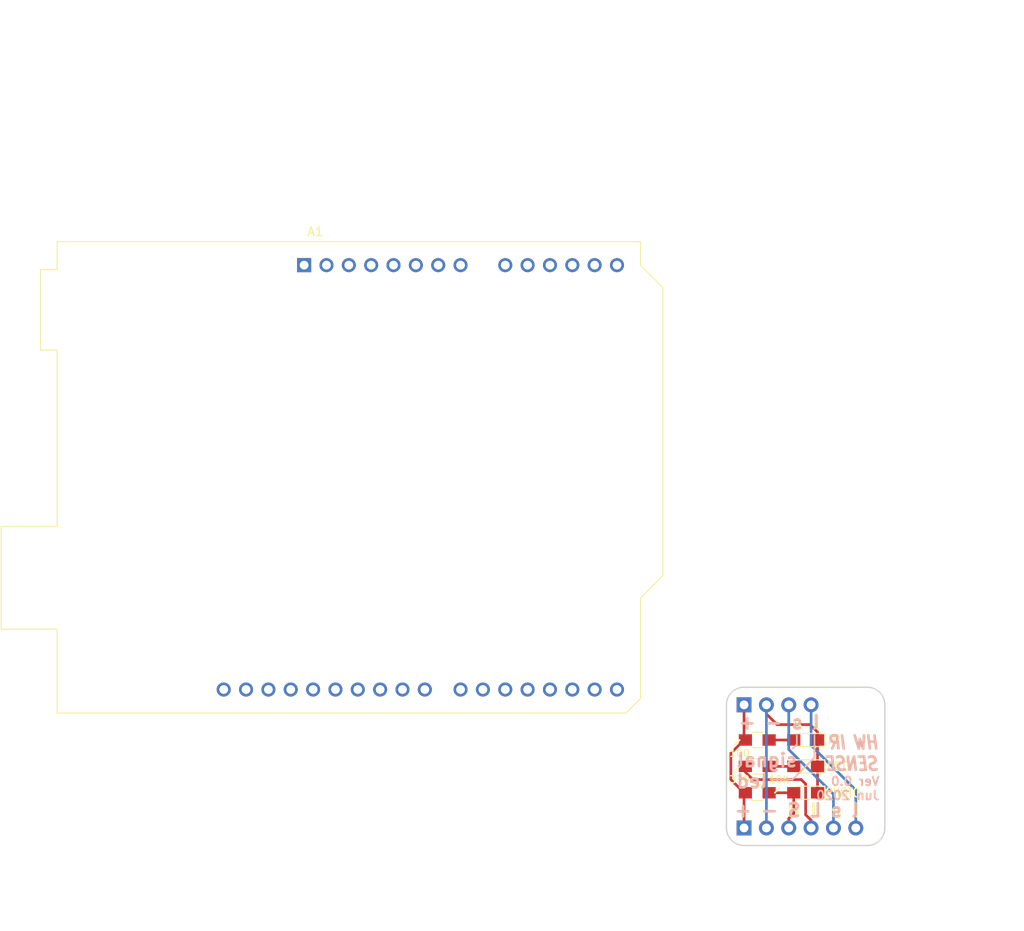
<source format=kicad_pcb>
(kicad_pcb (version 4) (host pcbnew 4.0.7)

  (general
    (links 14)
    (no_connects 0)
    (area 142.924999 92.924999 161.075001 111.075001)
    (thickness 1.6)
    (drawings 38)
    (tracks 46)
    (zones 0)
    (modules 10)
    (nets 41)
  )

  (page A4)
  (layers
    (0 F.Cu signal)
    (31 B.Cu signal)
    (32 B.Adhes user)
    (33 F.Adhes user)
    (34 B.Paste user)
    (35 F.Paste user)
    (36 B.SilkS user)
    (37 F.SilkS user)
    (38 B.Mask user)
    (39 F.Mask user)
    (40 Dwgs.User user)
    (41 Cmts.User user)
    (42 Eco1.User user)
    (43 Eco2.User user)
    (44 Edge.Cuts user)
    (45 Margin user)
    (46 B.CrtYd user)
    (47 F.CrtYd user)
    (48 B.Fab user)
    (49 F.Fab user)
  )

  (setup
    (last_trace_width 0.25)
    (user_trace_width 0.3048)
    (trace_clearance 0.2)
    (zone_clearance 0.508)
    (zone_45_only no)
    (trace_min 0.2)
    (segment_width 0.2)
    (edge_width 0.15)
    (via_size 0.6)
    (via_drill 0.4)
    (via_min_size 0.4)
    (via_min_drill 0.3)
    (uvia_size 0.3)
    (uvia_drill 0.1)
    (uvias_allowed no)
    (uvia_min_size 0.2)
    (uvia_min_drill 0.1)
    (pcb_text_width 0.3)
    (pcb_text_size 1.5 1.5)
    (mod_edge_width 0.15)
    (mod_text_size 1 1)
    (mod_text_width 0.15)
    (pad_size 1.524 1.524)
    (pad_drill 0.762)
    (pad_to_mask_clearance 0.05)
    (aux_axis_origin 0 0)
    (visible_elements 7FFFFFFF)
    (pcbplotparams
      (layerselection 0x00030_80000001)
      (usegerberextensions false)
      (excludeedgelayer true)
      (linewidth 0.100000)
      (plotframeref false)
      (viasonmask false)
      (mode 1)
      (useauxorigin false)
      (hpglpennumber 1)
      (hpglpenspeed 20)
      (hpglpendiameter 15)
      (hpglpenoverlay 2)
      (psnegative false)
      (psa4output false)
      (plotreference true)
      (plotvalue true)
      (plotinvisibletext false)
      (padsonsilk false)
      (subtractmaskfromsilk false)
      (outputformat 1)
      (mirror false)
      (drillshape 1)
      (scaleselection 1)
      (outputdirectory ""))
  )

  (net 0 "")
  (net 1 /VCC)
  (net 2 /SIG1)
  (net 3 /SIG2)
  (net 4 /LED1)
  (net 5 /LED2)
  (net 6 /GND)
  (net 7 "Net-(D1-Pad2)")
  (net 8 "Net-(D2-Pad2)")
  (net 9 "Net-(A1-Pad32)")
  (net 10 "Net-(A1-Pad31)")
  (net 11 "Net-(A1-Pad1)")
  (net 12 "Net-(A1-Pad17)")
  (net 13 "Net-(A1-Pad2)")
  (net 14 "Net-(A1-Pad18)")
  (net 15 "Net-(A1-Pad3)")
  (net 16 "Net-(A1-Pad19)")
  (net 17 "Net-(A1-Pad4)")
  (net 18 "Net-(A1-Pad20)")
  (net 19 "Net-(A1-Pad5)")
  (net 20 "Net-(A1-Pad21)")
  (net 21 "Net-(A1-Pad6)")
  (net 22 "Net-(A1-Pad22)")
  (net 23 "Net-(A1-Pad7)")
  (net 24 "Net-(A1-Pad23)")
  (net 25 "Net-(A1-Pad8)")
  (net 26 "Net-(A1-Pad24)")
  (net 27 "Net-(A1-Pad9)")
  (net 28 "Net-(A1-Pad25)")
  (net 29 "Net-(A1-Pad10)")
  (net 30 "Net-(A1-Pad26)")
  (net 31 "Net-(A1-Pad11)")
  (net 32 "Net-(A1-Pad27)")
  (net 33 "Net-(A1-Pad12)")
  (net 34 "Net-(A1-Pad28)")
  (net 35 "Net-(A1-Pad13)")
  (net 36 "Net-(A1-Pad29)")
  (net 37 "Net-(A1-Pad14)")
  (net 38 "Net-(A1-Pad30)")
  (net 39 "Net-(A1-Pad15)")
  (net 40 "Net-(A1-Pad16)")

  (net_class Default "This is the default net class."
    (clearance 0.2)
    (trace_width 0.25)
    (via_dia 0.6)
    (via_drill 0.4)
    (uvia_dia 0.3)
    (uvia_drill 0.1)
    (add_net /GND)
    (add_net /LED1)
    (add_net /LED2)
    (add_net /SIG1)
    (add_net /SIG2)
    (add_net /VCC)
    (add_net "Net-(A1-Pad1)")
    (add_net "Net-(A1-Pad10)")
    (add_net "Net-(A1-Pad11)")
    (add_net "Net-(A1-Pad12)")
    (add_net "Net-(A1-Pad13)")
    (add_net "Net-(A1-Pad14)")
    (add_net "Net-(A1-Pad15)")
    (add_net "Net-(A1-Pad16)")
    (add_net "Net-(A1-Pad17)")
    (add_net "Net-(A1-Pad18)")
    (add_net "Net-(A1-Pad19)")
    (add_net "Net-(A1-Pad2)")
    (add_net "Net-(A1-Pad20)")
    (add_net "Net-(A1-Pad21)")
    (add_net "Net-(A1-Pad22)")
    (add_net "Net-(A1-Pad23)")
    (add_net "Net-(A1-Pad24)")
    (add_net "Net-(A1-Pad25)")
    (add_net "Net-(A1-Pad26)")
    (add_net "Net-(A1-Pad27)")
    (add_net "Net-(A1-Pad28)")
    (add_net "Net-(A1-Pad29)")
    (add_net "Net-(A1-Pad3)")
    (add_net "Net-(A1-Pad30)")
    (add_net "Net-(A1-Pad31)")
    (add_net "Net-(A1-Pad32)")
    (add_net "Net-(A1-Pad4)")
    (add_net "Net-(A1-Pad5)")
    (add_net "Net-(A1-Pad6)")
    (add_net "Net-(A1-Pad7)")
    (add_net "Net-(A1-Pad8)")
    (add_net "Net-(A1-Pad9)")
    (add_net "Net-(D1-Pad2)")
    (add_net "Net-(D2-Pad2)")
  )

  (module Wire_Pads:SolderWirePad_single_2mmDrill (layer F.Cu) (tedit 5ED95446) (tstamp 5ED95E49)
    (at 158 96)
    (fp_text reference REF** (at 0 -3.81) (layer F.SilkS) hide
      (effects (font (size 1 1) (thickness 0.15)))
    )
    (fp_text value SolderWirePad_single_2mmDrill (at 7 -4) (layer F.Fab)
      (effects (font (size 1 1) (thickness 0.15)))
    )
    (pad "" np_thru_hole circle (at 0 0) (size 3.5 3.5) (drill 3.5) (layers *.Cu *.Mask))
  )

  (module footprints:R_0805_HandSoldering (layer F.Cu) (tedit 5ED9844D) (tstamp 5ED94F2E)
    (at 146.5 105)
    (descr "Resistor SMD 0805, hand soldering")
    (tags "resistor 0805")
    (path /5ED93C37)
    (attr smd)
    (fp_text reference R3 (at 0 -1.7) (layer F.SilkS) hide
      (effects (font (size 1 1) (thickness 0.15)))
    )
    (fp_text value 10K (at 2.5 -1.5) (layer F.SilkS)
      (effects (font (size 0.8 0.8) (thickness 0.15)))
    )
    (fp_text user %R (at 0 0) (layer F.Fab)
      (effects (font (size 0.5 0.5) (thickness 0.075)))
    )
    (fp_line (start -1 0.62) (end -1 -0.62) (layer F.Fab) (width 0.1))
    (fp_line (start 1 0.62) (end -1 0.62) (layer F.Fab) (width 0.1))
    (fp_line (start 1 -0.62) (end 1 0.62) (layer F.Fab) (width 0.1))
    (fp_line (start -1 -0.62) (end 1 -0.62) (layer F.Fab) (width 0.1))
    (fp_line (start 0.6 0.88) (end -0.6 0.88) (layer F.SilkS) (width 0.12))
    (fp_line (start -0.6 -0.88) (end 0.6 -0.88) (layer F.SilkS) (width 0.12))
    (fp_line (start -2.35 -0.9) (end 2.35 -0.9) (layer F.CrtYd) (width 0.05))
    (fp_line (start -2.35 -0.9) (end -2.35 0.9) (layer F.CrtYd) (width 0.05))
    (fp_line (start 2.35 0.9) (end 2.35 -0.9) (layer F.CrtYd) (width 0.05))
    (fp_line (start 2.35 0.9) (end -2.35 0.9) (layer F.CrtYd) (width 0.05))
    (pad 1 smd rect (at -1.35 0) (size 1.5 1.3) (layers F.Cu F.Paste F.Mask)
      (net 1 /VCC))
    (pad 2 smd rect (at 1.35 0) (size 1.5 1.3) (layers F.Cu F.Paste F.Mask)
      (net 2 /SIG1))
    (model ${KISYS3DMOD}/Resistors_SMD.3dshapes/R_0805.wrl
      (at (xyz 0 0 0))
      (scale (xyz 1 1 1))
      (rotate (xyz 0 0 0))
    )
  )

  (module footprints:R_0805_HandSoldering (layer F.Cu) (tedit 5ED98421) (tstamp 5ED94F1D)
    (at 146.5 102 180)
    (descr "Resistor SMD 0805, hand soldering")
    (tags "resistor 0805")
    (path /5ED93A99)
    (attr smd)
    (fp_text reference R2 (at 0 -1.7 180) (layer F.SilkS) hide
      (effects (font (size 1 1) (thickness 0.15)))
    )
    (fp_text value 330 (at 2 -1.5 180) (layer F.SilkS)
      (effects (font (size 0.8 0.8) (thickness 0.15)))
    )
    (fp_text user %R (at 0 0 180) (layer F.Fab)
      (effects (font (size 0.5 0.5) (thickness 0.075)))
    )
    (fp_line (start -1 0.62) (end -1 -0.62) (layer F.Fab) (width 0.1))
    (fp_line (start 1 0.62) (end -1 0.62) (layer F.Fab) (width 0.1))
    (fp_line (start 1 -0.62) (end 1 0.62) (layer F.Fab) (width 0.1))
    (fp_line (start -1 -0.62) (end 1 -0.62) (layer F.Fab) (width 0.1))
    (fp_line (start 0.6 0.88) (end -0.6 0.88) (layer F.SilkS) (width 0.12))
    (fp_line (start -0.6 -0.88) (end 0.6 -0.88) (layer F.SilkS) (width 0.12))
    (fp_line (start -2.35 -0.9) (end 2.35 -0.9) (layer F.CrtYd) (width 0.05))
    (fp_line (start -2.35 -0.9) (end -2.35 0.9) (layer F.CrtYd) (width 0.05))
    (fp_line (start 2.35 0.9) (end 2.35 -0.9) (layer F.CrtYd) (width 0.05))
    (fp_line (start 2.35 0.9) (end -2.35 0.9) (layer F.CrtYd) (width 0.05))
    (pad 1 smd rect (at -1.35 0 180) (size 1.5 1.3) (layers F.Cu F.Paste F.Mask)
      (net 8 "Net-(D2-Pad2)"))
    (pad 2 smd rect (at 1.35 0 180) (size 1.5 1.3) (layers F.Cu F.Paste F.Mask)
      (net 4 /LED1))
    (model ${KISYS3DMOD}/Resistors_SMD.3dshapes/R_0805.wrl
      (at (xyz 0 0 0))
      (scale (xyz 1 1 1))
      (rotate (xyz 0 0 0))
    )
  )

  (module footprints:R_0805_HandSoldering (layer F.Cu) (tedit 5ED9841D) (tstamp 5ED94F0C)
    (at 146.5 99 180)
    (descr "Resistor SMD 0805, hand soldering")
    (tags "resistor 0805")
    (path /5ED93A75)
    (attr smd)
    (fp_text reference R1 (at 0 -1.7 180) (layer F.SilkS) hide
      (effects (font (size 1 1) (thickness 0.15)))
    )
    (fp_text value 100 (at 2 -1.5 180) (layer F.SilkS)
      (effects (font (size 0.8 0.8) (thickness 0.15)))
    )
    (fp_text user %R (at 0 0 180) (layer F.Fab)
      (effects (font (size 0.5 0.5) (thickness 0.075)))
    )
    (fp_line (start -1 0.62) (end -1 -0.62) (layer F.Fab) (width 0.1))
    (fp_line (start 1 0.62) (end -1 0.62) (layer F.Fab) (width 0.1))
    (fp_line (start 1 -0.62) (end 1 0.62) (layer F.Fab) (width 0.1))
    (fp_line (start -1 -0.62) (end 1 -0.62) (layer F.Fab) (width 0.1))
    (fp_line (start 0.6 0.88) (end -0.6 0.88) (layer F.SilkS) (width 0.12))
    (fp_line (start -0.6 -0.88) (end 0.6 -0.88) (layer F.SilkS) (width 0.12))
    (fp_line (start -2.35 -0.9) (end 2.35 -0.9) (layer F.CrtYd) (width 0.05))
    (fp_line (start -2.35 -0.9) (end -2.35 0.9) (layer F.CrtYd) (width 0.05))
    (fp_line (start 2.35 0.9) (end 2.35 -0.9) (layer F.CrtYd) (width 0.05))
    (fp_line (start 2.35 0.9) (end -2.35 0.9) (layer F.CrtYd) (width 0.05))
    (pad 1 smd rect (at -1.35 0 180) (size 1.5 1.3) (layers F.Cu F.Paste F.Mask)
      (net 7 "Net-(D1-Pad2)"))
    (pad 2 smd rect (at 1.35 0 180) (size 1.5 1.3) (layers F.Cu F.Paste F.Mask)
      (net 1 /VCC))
    (model ${KISYS3DMOD}/Resistors_SMD.3dshapes/R_0805.wrl
      (at (xyz 0 0 0))
      (scale (xyz 1 1 1))
      (rotate (xyz 0 0 0))
    )
  )

  (module footprints:LED_0805_HandSoldering (layer F.Cu) (tedit 5ED951F0) (tstamp 5ED95131)
    (at 152 105 180)
    (descr "Resistor SMD 0805, hand soldering")
    (tags "resistor 0805")
    (path /5ED96641)
    (attr smd)
    (fp_text reference Q1 (at 3.5 0 180) (layer F.SilkS) hide
      (effects (font (size 1 1) (thickness 0.15)))
    )
    (fp_text value PHOTO (at -4.25 0 180) (layer F.SilkS)
      (effects (font (size 1 0.8) (thickness 0.15)))
    )
    (fp_line (start -0.4 -0.4) (end -0.4 0.4) (layer F.Fab) (width 0.1))
    (fp_line (start -0.4 0) (end 0.2 -0.4) (layer F.Fab) (width 0.1))
    (fp_line (start 0.2 0.4) (end -0.4 0) (layer F.Fab) (width 0.1))
    (fp_line (start 0.2 -0.4) (end 0.2 0.4) (layer F.Fab) (width 0.1))
    (fp_line (start -1 0.62) (end -1 -0.62) (layer F.Fab) (width 0.1))
    (fp_line (start 1 0.62) (end -1 0.62) (layer F.Fab) (width 0.1))
    (fp_line (start 1 -0.62) (end 1 0.62) (layer F.Fab) (width 0.1))
    (fp_line (start -1 -0.62) (end 1 -0.62) (layer F.Fab) (width 0.1))
    (fp_line (start 1 0.75) (end -2.2 0.75) (layer F.SilkS) (width 0.12))
    (fp_line (start -2.2 -0.75) (end 1 -0.75) (layer F.SilkS) (width 0.12))
    (fp_line (start -2.35 -0.9) (end 2.35 -0.9) (layer F.CrtYd) (width 0.05))
    (fp_line (start -2.35 -0.9) (end -2.35 0.9) (layer F.CrtYd) (width 0.05))
    (fp_line (start 2.35 0.9) (end 2.35 -0.9) (layer F.CrtYd) (width 0.05))
    (fp_line (start 2.35 0.9) (end -2.35 0.9) (layer F.CrtYd) (width 0.05))
    (fp_line (start -2.2 -0.75) (end -2.2 0.75) (layer F.SilkS) (width 0.12))
    (pad 1 smd rect (at -1.35 0 180) (size 1.5 1.3) (layers F.Cu F.Paste F.Mask)
      (net 6 /GND))
    (pad 2 smd rect (at 1.35 0 180) (size 1.5 1.3) (layers F.Cu F.Paste F.Mask)
      (net 2 /SIG1))
    (model ${KISYS3DMOD}/LEDs.3dshapes/LED_0805.wrl
      (at (xyz 0 0 0))
      (scale (xyz 1 1 1))
      (rotate (xyz 0 0 0))
    )
  )

  (module footprints:LED_0805_HandSoldering (layer F.Cu) (tedit 5ED951ED) (tstamp 5ED94EC9)
    (at 152 102 180)
    (descr "Resistor SMD 0805, hand soldering")
    (tags "resistor 0805")
    (path /5ED9391E)
    (attr smd)
    (fp_text reference D2 (at 3.5 0 180) (layer F.SilkS) hide
      (effects (font (size 1 1) (thickness 0.15)))
    )
    (fp_text value LED (at -3.75 0 180) (layer F.SilkS)
      (effects (font (size 1 1) (thickness 0.15)))
    )
    (fp_line (start -0.4 -0.4) (end -0.4 0.4) (layer F.Fab) (width 0.1))
    (fp_line (start -0.4 0) (end 0.2 -0.4) (layer F.Fab) (width 0.1))
    (fp_line (start 0.2 0.4) (end -0.4 0) (layer F.Fab) (width 0.1))
    (fp_line (start 0.2 -0.4) (end 0.2 0.4) (layer F.Fab) (width 0.1))
    (fp_line (start -1 0.62) (end -1 -0.62) (layer F.Fab) (width 0.1))
    (fp_line (start 1 0.62) (end -1 0.62) (layer F.Fab) (width 0.1))
    (fp_line (start 1 -0.62) (end 1 0.62) (layer F.Fab) (width 0.1))
    (fp_line (start -1 -0.62) (end 1 -0.62) (layer F.Fab) (width 0.1))
    (fp_line (start 1 0.75) (end -2.2 0.75) (layer F.SilkS) (width 0.12))
    (fp_line (start -2.2 -0.75) (end 1 -0.75) (layer F.SilkS) (width 0.12))
    (fp_line (start -2.35 -0.9) (end 2.35 -0.9) (layer F.CrtYd) (width 0.05))
    (fp_line (start -2.35 -0.9) (end -2.35 0.9) (layer F.CrtYd) (width 0.05))
    (fp_line (start 2.35 0.9) (end 2.35 -0.9) (layer F.CrtYd) (width 0.05))
    (fp_line (start 2.35 0.9) (end -2.35 0.9) (layer F.CrtYd) (width 0.05))
    (fp_line (start -2.2 -0.75) (end -2.2 0.75) (layer F.SilkS) (width 0.12))
    (pad 1 smd rect (at -1.35 0 180) (size 1.5 1.3) (layers F.Cu F.Paste F.Mask)
      (net 6 /GND))
    (pad 2 smd rect (at 1.35 0 180) (size 1.5 1.3) (layers F.Cu F.Paste F.Mask)
      (net 8 "Net-(D2-Pad2)"))
    (model ${KISYS3DMOD}/LEDs.3dshapes/LED_0805.wrl
      (at (xyz 0 0 0))
      (scale (xyz 1 1 1))
      (rotate (xyz 0 0 0))
    )
  )

  (module footprints:LED_0805_HandSoldering (layer F.Cu) (tedit 5ED951EE) (tstamp 5ED94EB4)
    (at 152 99 180)
    (descr "Resistor SMD 0805, hand soldering")
    (tags "resistor 0805")
    (path /5ED938B9)
    (attr smd)
    (fp_text reference D1 (at 3.5 0 180) (layer F.SilkS) hide
      (effects (font (size 1 1) (thickness 0.15)))
    )
    (fp_text value IR (at -3.25 0 180) (layer F.SilkS)
      (effects (font (size 1 1) (thickness 0.15)))
    )
    (fp_line (start -0.4 -0.4) (end -0.4 0.4) (layer F.Fab) (width 0.1))
    (fp_line (start -0.4 0) (end 0.2 -0.4) (layer F.Fab) (width 0.1))
    (fp_line (start 0.2 0.4) (end -0.4 0) (layer F.Fab) (width 0.1))
    (fp_line (start 0.2 -0.4) (end 0.2 0.4) (layer F.Fab) (width 0.1))
    (fp_line (start -1 0.62) (end -1 -0.62) (layer F.Fab) (width 0.1))
    (fp_line (start 1 0.62) (end -1 0.62) (layer F.Fab) (width 0.1))
    (fp_line (start 1 -0.62) (end 1 0.62) (layer F.Fab) (width 0.1))
    (fp_line (start -1 -0.62) (end 1 -0.62) (layer F.Fab) (width 0.1))
    (fp_line (start 1 0.75) (end -2.2 0.75) (layer F.SilkS) (width 0.12))
    (fp_line (start -2.2 -0.75) (end 1 -0.75) (layer F.SilkS) (width 0.12))
    (fp_line (start -2.35 -0.9) (end 2.35 -0.9) (layer F.CrtYd) (width 0.05))
    (fp_line (start -2.35 -0.9) (end -2.35 0.9) (layer F.CrtYd) (width 0.05))
    (fp_line (start 2.35 0.9) (end 2.35 -0.9) (layer F.CrtYd) (width 0.05))
    (fp_line (start 2.35 0.9) (end -2.35 0.9) (layer F.CrtYd) (width 0.05))
    (fp_line (start -2.2 -0.75) (end -2.2 0.75) (layer F.SilkS) (width 0.12))
    (pad 1 smd rect (at -1.35 0 180) (size 1.5 1.3) (layers F.Cu F.Paste F.Mask)
      (net 6 /GND))
    (pad 2 smd rect (at 1.35 0 180) (size 1.5 1.3) (layers F.Cu F.Paste F.Mask)
      (net 7 "Net-(D1-Pad2)"))
    (model ${KISYS3DMOD}/LEDs.3dshapes/LED_0805.wrl
      (at (xyz 0 0 0))
      (scale (xyz 1 1 1))
      (rotate (xyz 0 0 0))
    )
  )

  (module footprints:Pin_Header_Straight_1x04_Pitch2.54mm (layer F.Cu) (tedit 5ED9523F) (tstamp 5ED94EFB)
    (at 145 95 90)
    (descr "Through hole straight pin header, 1x04, 2.54mm pitch, single row")
    (tags "Through hole pin header THT 1x04 2.54mm single row")
    (path /5ED96B5D)
    (fp_text reference J2 (at 0 -2.33 90) (layer F.SilkS) hide
      (effects (font (size 1 1) (thickness 0.15)))
    )
    (fp_text value CONN_01X04 (at -1 5 180) (layer F.Fab)
      (effects (font (size 1 1) (thickness 0.15)))
    )
    (fp_line (start -0.635 -1.27) (end 1.27 -1.27) (layer F.Fab) (width 0.1))
    (fp_line (start 1.27 -1.27) (end 1.27 8.89) (layer F.Fab) (width 0.1))
    (fp_line (start 1.27 8.89) (end -1.27 8.89) (layer F.Fab) (width 0.1))
    (fp_line (start -1.27 8.89) (end -1.27 -0.635) (layer F.Fab) (width 0.1))
    (fp_line (start -1.27 -0.635) (end -0.635 -1.27) (layer F.Fab) (width 0.1))
    (fp_line (start -1.8 -1.8) (end -1.8 9.4) (layer F.CrtYd) (width 0.05))
    (fp_line (start -1.8 9.4) (end 1.8 9.4) (layer F.CrtYd) (width 0.05))
    (fp_line (start 1.8 9.4) (end 1.8 -1.8) (layer F.CrtYd) (width 0.05))
    (fp_line (start 1.8 -1.8) (end -1.8 -1.8) (layer F.CrtYd) (width 0.05))
    (fp_text user %R (at 0 3.81 180) (layer F.Fab)
      (effects (font (size 1 1) (thickness 0.15)))
    )
    (pad 1 thru_hole rect (at 0 0 90) (size 1.7 1.7) (drill 1) (layers *.Cu *.Mask)
      (net 1 /VCC))
    (pad 2 thru_hole oval (at 0 2.54 90) (size 1.7 1.7) (drill 1) (layers *.Cu *.Mask)
      (net 6 /GND))
    (pad 3 thru_hole oval (at 0 5.08 90) (size 1.7 1.7) (drill 1) (layers *.Cu *.Mask)
      (net 5 /LED2))
    (pad 4 thru_hole oval (at 0 7.62 90) (size 1.7 1.7) (drill 1) (layers *.Cu *.Mask)
      (net 3 /SIG2))
  )

  (module footprints:Pin_Header_Straight_1x06_Pitch2.54mm (layer F.Cu) (tedit 5ED9521E) (tstamp 5ED94EE3)
    (at 145 109 90)
    (descr "Through hole straight pin header, 1x06, 2.54mm pitch, single row")
    (tags "Through hole pin header THT 1x06 2.54mm single row")
    (path /5ED94494)
    (fp_text reference J1 (at 0 -2.33 90) (layer F.SilkS) hide
      (effects (font (size 1 1) (thickness 0.15)))
    )
    (fp_text value CONN_01X06 (at -1 7 180) (layer F.Fab)
      (effects (font (size 1 1) (thickness 0.15)))
    )
    (fp_line (start -0.635 -1.27) (end 1.27 -1.27) (layer F.Fab) (width 0.1))
    (fp_line (start 1.27 -1.27) (end 1.27 13.97) (layer F.Fab) (width 0.1))
    (fp_line (start 1.27 13.97) (end -1.27 13.97) (layer F.Fab) (width 0.1))
    (fp_line (start -1.27 13.97) (end -1.27 -0.635) (layer F.Fab) (width 0.1))
    (fp_line (start -1.27 -0.635) (end -0.635 -1.27) (layer F.Fab) (width 0.1))
    (fp_line (start -1.8 -1.8) (end -1.8 14.5) (layer F.CrtYd) (width 0.05))
    (fp_line (start -1.8 14.5) (end 1.8 14.5) (layer F.CrtYd) (width 0.05))
    (fp_line (start 1.8 14.5) (end 1.8 -1.8) (layer F.CrtYd) (width 0.05))
    (fp_line (start 1.8 -1.8) (end -1.8 -1.8) (layer F.CrtYd) (width 0.05))
    (fp_text user %R (at 0 6.35 180) (layer F.Fab)
      (effects (font (size 1 1) (thickness 0.15)))
    )
    (pad 1 thru_hole rect (at 0 0 90) (size 1.7 1.7) (drill 1) (layers *.Cu *.Mask)
      (net 1 /VCC))
    (pad 2 thru_hole oval (at 0 2.54 90) (size 1.7 1.7) (drill 1) (layers *.Cu *.Mask)
      (net 6 /GND))
    (pad 3 thru_hole oval (at 0 5.08 90) (size 1.7 1.7) (drill 1) (layers *.Cu *.Mask)
      (net 2 /SIG1))
    (pad 4 thru_hole oval (at 0 7.62 90) (size 1.7 1.7) (drill 1) (layers *.Cu *.Mask)
      (net 4 /LED1))
    (pad 5 thru_hole oval (at 0 10.16 90) (size 1.7 1.7) (drill 1) (layers *.Cu *.Mask)
      (net 5 /LED2))
    (pad 6 thru_hole oval (at 0 12.7 90) (size 1.7 1.7) (drill 1) (layers *.Cu *.Mask)
      (net 3 /SIG2))
  )

  (module footprints:Arduino_UNO_R3_WithMountingHoles (layer F.Cu) (tedit 5B3F95CF) (tstamp 5EF92870)
    (at 95 45)
    (descr "Arduino UNO R3, http://www.mouser.com/pdfdocs/Gravitech_Arduino_Nano3_0.pdf")
    (tags "Arduino UNO R3")
    (path /5EF9225D)
    (fp_text reference A1 (at 1.27 -3.81 180) (layer F.SilkS)
      (effects (font (size 1 1) (thickness 0.15)))
    )
    (fp_text value Arduino_UNO_R3 (at 0 22.86) (layer F.Fab)
      (effects (font (size 1 1) (thickness 0.15)))
    )
    (fp_text user %R (at 0 20.32 180) (layer F.Fab)
      (effects (font (size 1 1) (thickness 0.15)))
    )
    (fp_line (start 38.35 -2.79) (end 38.35 0) (layer F.CrtYd) (width 0.05))
    (fp_line (start 38.35 0) (end 40.89 2.54) (layer F.CrtYd) (width 0.05))
    (fp_line (start 40.89 2.54) (end 40.89 35.31) (layer F.CrtYd) (width 0.05))
    (fp_line (start 40.89 35.31) (end 38.35 37.85) (layer F.CrtYd) (width 0.05))
    (fp_line (start 38.35 37.85) (end 38.35 49.28) (layer F.CrtYd) (width 0.05))
    (fp_line (start 38.35 49.28) (end 36.58 51.05) (layer F.CrtYd) (width 0.05))
    (fp_line (start 36.58 51.05) (end -28.19 51.05) (layer F.CrtYd) (width 0.05))
    (fp_line (start -28.19 51.05) (end -28.19 41.53) (layer F.CrtYd) (width 0.05))
    (fp_line (start -28.19 41.53) (end -34.54 41.53) (layer F.CrtYd) (width 0.05))
    (fp_line (start -34.54 41.53) (end -34.54 29.59) (layer F.CrtYd) (width 0.05))
    (fp_line (start -34.54 29.59) (end -28.19 29.59) (layer F.CrtYd) (width 0.05))
    (fp_line (start -28.19 29.59) (end -28.19 9.78) (layer F.CrtYd) (width 0.05))
    (fp_line (start -28.19 9.78) (end -30.1 9.78) (layer F.CrtYd) (width 0.05))
    (fp_line (start -30.1 9.78) (end -30.1 0.38) (layer F.CrtYd) (width 0.05))
    (fp_line (start -30.1 0.38) (end -28.19 0.38) (layer F.CrtYd) (width 0.05))
    (fp_line (start -28.19 0.38) (end -28.19 -2.79) (layer F.CrtYd) (width 0.05))
    (fp_line (start -28.19 -2.79) (end 38.35 -2.79) (layer F.CrtYd) (width 0.05))
    (fp_line (start 40.77 35.31) (end 40.77 2.54) (layer F.SilkS) (width 0.12))
    (fp_line (start 40.77 2.54) (end 38.23 0) (layer F.SilkS) (width 0.12))
    (fp_line (start 38.23 0) (end 38.23 -2.67) (layer F.SilkS) (width 0.12))
    (fp_line (start 38.23 -2.67) (end -28.07 -2.67) (layer F.SilkS) (width 0.12))
    (fp_line (start -28.07 -2.67) (end -28.07 0.51) (layer F.SilkS) (width 0.12))
    (fp_line (start -28.07 0.51) (end -29.97 0.51) (layer F.SilkS) (width 0.12))
    (fp_line (start -29.97 0.51) (end -29.97 9.65) (layer F.SilkS) (width 0.12))
    (fp_line (start -29.97 9.65) (end -28.07 9.65) (layer F.SilkS) (width 0.12))
    (fp_line (start -28.07 9.65) (end -28.07 29.72) (layer F.SilkS) (width 0.12))
    (fp_line (start -28.07 29.72) (end -34.42 29.72) (layer F.SilkS) (width 0.12))
    (fp_line (start -34.42 29.72) (end -34.42 41.4) (layer F.SilkS) (width 0.12))
    (fp_line (start -34.42 41.4) (end -28.07 41.4) (layer F.SilkS) (width 0.12))
    (fp_line (start -28.07 41.4) (end -28.07 50.93) (layer F.SilkS) (width 0.12))
    (fp_line (start -28.07 50.93) (end 36.58 50.93) (layer F.SilkS) (width 0.12))
    (fp_line (start 36.58 50.93) (end 38.23 49.28) (layer F.SilkS) (width 0.12))
    (fp_line (start 38.23 49.28) (end 38.23 37.85) (layer F.SilkS) (width 0.12))
    (fp_line (start 38.23 37.85) (end 40.77 35.31) (layer F.SilkS) (width 0.12))
    (fp_line (start -34.29 29.84) (end -18.41 29.84) (layer F.Fab) (width 0.1))
    (fp_line (start -18.41 29.84) (end -18.41 41.27) (layer F.Fab) (width 0.1))
    (fp_line (start -18.41 41.27) (end -34.29 41.27) (layer F.Fab) (width 0.1))
    (fp_line (start -34.29 41.27) (end -34.29 29.84) (layer F.Fab) (width 0.1))
    (fp_line (start -29.84 0.64) (end -16.51 0.64) (layer F.Fab) (width 0.1))
    (fp_line (start -16.51 0.64) (end -16.51 9.53) (layer F.Fab) (width 0.1))
    (fp_line (start -16.51 9.53) (end -29.84 9.53) (layer F.Fab) (width 0.1))
    (fp_line (start -29.84 9.53) (end -29.84 0.64) (layer F.Fab) (width 0.1))
    (fp_line (start 38.1 37.85) (end 38.1 49.28) (layer F.Fab) (width 0.1))
    (fp_line (start 40.64 2.54) (end 40.64 35.31) (layer F.Fab) (width 0.1))
    (fp_line (start 40.64 35.31) (end 38.1 37.85) (layer F.Fab) (width 0.1))
    (fp_line (start 38.1 -2.54) (end 38.1 0) (layer F.Fab) (width 0.1))
    (fp_line (start 38.1 0) (end 40.64 2.54) (layer F.Fab) (width 0.1))
    (fp_line (start 38.1 49.28) (end 36.58 50.8) (layer F.Fab) (width 0.1))
    (fp_line (start 36.58 50.8) (end -27.94 50.8) (layer F.Fab) (width 0.1))
    (fp_line (start -27.94 50.8) (end -27.94 -2.54) (layer F.Fab) (width 0.1))
    (fp_line (start -27.94 -2.54) (end 38.1 -2.54) (layer F.Fab) (width 0.1))
    (pad 32 thru_hole oval (at -9.14 48.26 90) (size 1.6 1.6) (drill 1) (layers *.Cu *.Mask)
      (net 9 "Net-(A1-Pad32)"))
    (pad 31 thru_hole oval (at -6.6 48.26 90) (size 1.6 1.6) (drill 1) (layers *.Cu *.Mask)
      (net 10 "Net-(A1-Pad31)"))
    (pad 1 thru_hole rect (at 0 0 90) (size 1.6 1.6) (drill 1) (layers *.Cu *.Mask)
      (net 11 "Net-(A1-Pad1)"))
    (pad 17 thru_hole oval (at 30.48 48.26 90) (size 1.6 1.6) (drill 1) (layers *.Cu *.Mask)
      (net 12 "Net-(A1-Pad17)"))
    (pad 2 thru_hole oval (at 2.54 0 90) (size 1.6 1.6) (drill 1) (layers *.Cu *.Mask)
      (net 13 "Net-(A1-Pad2)"))
    (pad 18 thru_hole oval (at 27.94 48.26 90) (size 1.6 1.6) (drill 1) (layers *.Cu *.Mask)
      (net 14 "Net-(A1-Pad18)"))
    (pad 3 thru_hole oval (at 5.08 0 90) (size 1.6 1.6) (drill 1) (layers *.Cu *.Mask)
      (net 15 "Net-(A1-Pad3)"))
    (pad 19 thru_hole oval (at 25.4 48.26 90) (size 1.6 1.6) (drill 1) (layers *.Cu *.Mask)
      (net 16 "Net-(A1-Pad19)"))
    (pad 4 thru_hole oval (at 7.62 0 90) (size 1.6 1.6) (drill 1) (layers *.Cu *.Mask)
      (net 17 "Net-(A1-Pad4)"))
    (pad 20 thru_hole oval (at 22.86 48.26 90) (size 1.6 1.6) (drill 1) (layers *.Cu *.Mask)
      (net 18 "Net-(A1-Pad20)"))
    (pad 5 thru_hole oval (at 10.16 0 90) (size 1.6 1.6) (drill 1) (layers *.Cu *.Mask)
      (net 19 "Net-(A1-Pad5)"))
    (pad 21 thru_hole oval (at 20.32 48.26 90) (size 1.6 1.6) (drill 1) (layers *.Cu *.Mask)
      (net 20 "Net-(A1-Pad21)"))
    (pad 6 thru_hole oval (at 12.7 0 90) (size 1.6 1.6) (drill 1) (layers *.Cu *.Mask)
      (net 21 "Net-(A1-Pad6)"))
    (pad 22 thru_hole oval (at 17.78 48.26 90) (size 1.6 1.6) (drill 1) (layers *.Cu *.Mask)
      (net 22 "Net-(A1-Pad22)"))
    (pad 7 thru_hole oval (at 15.24 0 90) (size 1.6 1.6) (drill 1) (layers *.Cu *.Mask)
      (net 23 "Net-(A1-Pad7)"))
    (pad 23 thru_hole oval (at 13.72 48.26 90) (size 1.6 1.6) (drill 1) (layers *.Cu *.Mask)
      (net 24 "Net-(A1-Pad23)"))
    (pad 8 thru_hole oval (at 17.78 0 90) (size 1.6 1.6) (drill 1) (layers *.Cu *.Mask)
      (net 25 "Net-(A1-Pad8)"))
    (pad 24 thru_hole oval (at 11.18 48.26 90) (size 1.6 1.6) (drill 1) (layers *.Cu *.Mask)
      (net 26 "Net-(A1-Pad24)"))
    (pad 9 thru_hole oval (at 22.86 0 90) (size 1.6 1.6) (drill 1) (layers *.Cu *.Mask)
      (net 27 "Net-(A1-Pad9)"))
    (pad 25 thru_hole oval (at 8.64 48.26 90) (size 1.6 1.6) (drill 1) (layers *.Cu *.Mask)
      (net 28 "Net-(A1-Pad25)"))
    (pad 10 thru_hole oval (at 25.4 0 90) (size 1.6 1.6) (drill 1) (layers *.Cu *.Mask)
      (net 29 "Net-(A1-Pad10)"))
    (pad 26 thru_hole oval (at 6.1 48.26 90) (size 1.6 1.6) (drill 1) (layers *.Cu *.Mask)
      (net 30 "Net-(A1-Pad26)"))
    (pad 11 thru_hole oval (at 27.94 0 90) (size 1.6 1.6) (drill 1) (layers *.Cu *.Mask)
      (net 31 "Net-(A1-Pad11)"))
    (pad 27 thru_hole oval (at 3.56 48.26 90) (size 1.6 1.6) (drill 1) (layers *.Cu *.Mask)
      (net 32 "Net-(A1-Pad27)"))
    (pad 12 thru_hole oval (at 30.48 0 90) (size 1.6 1.6) (drill 1) (layers *.Cu *.Mask)
      (net 33 "Net-(A1-Pad12)"))
    (pad 28 thru_hole oval (at 1.02 48.26 90) (size 1.6 1.6) (drill 1) (layers *.Cu *.Mask)
      (net 34 "Net-(A1-Pad28)"))
    (pad 13 thru_hole oval (at 33.02 0 90) (size 1.6 1.6) (drill 1) (layers *.Cu *.Mask)
      (net 35 "Net-(A1-Pad13)"))
    (pad 29 thru_hole oval (at -1.52 48.26 90) (size 1.6 1.6) (drill 1) (layers *.Cu *.Mask)
      (net 36 "Net-(A1-Pad29)"))
    (pad 14 thru_hole oval (at 35.56 0 90) (size 1.6 1.6) (drill 1) (layers *.Cu *.Mask)
      (net 37 "Net-(A1-Pad14)"))
    (pad 30 thru_hole oval (at -4.06 48.26 90) (size 1.6 1.6) (drill 1) (layers *.Cu *.Mask)
      (net 38 "Net-(A1-Pad30)"))
    (pad 15 thru_hole oval (at 35.56 48.26 90) (size 1.6 1.6) (drill 1) (layers *.Cu *.Mask)
      (net 39 "Net-(A1-Pad15)"))
    (pad 16 thru_hole oval (at 33.02 48.26 90) (size 1.6 1.6) (drill 1) (layers *.Cu *.Mask)
      (net 40 "Net-(A1-Pad16)"))
    (pad "" np_thru_hole circle (at -13.97 0 90) (size 3.2 3.2) (drill 3.2) (layers *.Cu *.Mask))
    (pad "" np_thru_hole circle (at -12.7 48.26 90) (size 3.2 3.2) (drill 3.2) (layers *.Cu *.Mask))
    (pad "" np_thru_hole circle (at 38.1 33.02 90) (size 3.2 3.2) (drill 3.2) (layers *.Cu *.Mask))
    (pad "" np_thru_hole circle (at 38.1 5.08 90) (size 3.2 3.2) (drill 3.2) (layers *.Cu *.Mask))
    (model ${KISYS3DMOD}/Module.3dshapes/Arduino_UNO_R3_WithMountingHoles.wrl
      (at (xyz 0 0 0))
      (scale (xyz 1 1 1))
      (rotate (xyz 0 0 0))
    )
  )

  (dimension 50 (width 0.3) (layer Dwgs.User)
    (gr_text "50.000 mm" (at 110 121.35) (layer Dwgs.User)
      (effects (font (size 1.5 1.5) (thickness 0.3)))
    )
    (feature1 (pts (xy 85 105) (xy 85 122.7)))
    (feature2 (pts (xy 135 105) (xy 135 122.7)))
    (crossbar (pts (xy 135 120) (xy 85 120)))
    (arrow1a (pts (xy 85 120) (xy 86.126504 119.413579)))
    (arrow1b (pts (xy 85 120) (xy 86.126504 120.586421)))
    (arrow2a (pts (xy 135 120) (xy 133.873496 119.413579)))
    (arrow2b (pts (xy 135 120) (xy 133.873496 120.586421)))
  )
  (dimension 90 (width 0.3) (layer Dwgs.User)
    (gr_text "90.000 mm" (at 78.65 60 90) (layer Dwgs.User)
      (effects (font (size 1.5 1.5) (thickness 0.3)))
    )
    (feature1 (pts (xy 90 15) (xy 77.3 15)))
    (feature2 (pts (xy 90 105) (xy 77.3 105)))
    (crossbar (pts (xy 80 105) (xy 80 15)))
    (arrow1a (pts (xy 80 15) (xy 80.586421 16.126504)))
    (arrow1b (pts (xy 80 15) (xy 79.413579 16.126504)))
    (arrow2a (pts (xy 80 105) (xy 80.586421 103.873496)))
    (arrow2b (pts (xy 80 105) (xy 79.413579 103.873496)))
  )
  (gr_line (start 95 15) (end 110 15) (angle 90) (layer Dwgs.User) (width 0.2))
  (gr_line (start 110 55) (end 95 55) (angle 90) (layer Dwgs.User) (width 0.2))
  (gr_line (start 95 105) (end 110 105) (angle 90) (layer Dwgs.User) (width 0.2))
  (gr_line (start 95 65) (end 110 65) (angle 90) (layer Dwgs.User) (width 0.2))
  (gr_line (start 105 85) (end 100 85) (angle 90) (layer Dwgs.User) (width 0.2))
  (gr_line (start 100 35) (end 105 35) (angle 90) (layer Dwgs.User) (width 0.2))
  (gr_line (start 153 98.5) (end 153 101) (angle 90) (layer B.SilkS) (width 0.2))
  (gr_line (start 151 99.5) (end 151 98.5) (angle 90) (layer B.SilkS) (width 0.2))
  (gr_line (start 150.5 103.5) (end 153 101) (angle 90) (layer B.SilkS) (width 0.2))
  (gr_line (start 148 103.5) (end 150.5 103.5) (angle 90) (layer B.SilkS) (width 0.2))
  (gr_line (start 150.5 100) (end 151 99.5) (angle 90) (layer B.SilkS) (width 0.2))
  (gr_text "signal\nled\n" (at 144 102.5) (layer B.SilkS)
    (effects (font (size 1.5 1.5) (thickness 0.3)) (justify right mirror))
  )
  (gr_line (start 149 104.5) (end 148.5 105) (angle 90) (layer F.SilkS) (width 0.2))
  (gr_line (start 144 102.5) (end 144.5 102) (angle 90) (layer F.SilkS) (width 0.2))
  (gr_line (start 144 99.5) (end 144.5 99) (angle 90) (layer F.SilkS) (width 0.2))
  (gr_circle (center 152 102) (end 157 102) (layer Dwgs.User) (width 0.2))
  (dimension 3 (width 0.3) (layer Dwgs.User)
    (gr_text "3.000 mm" (at 166.35 94.5 90) (layer Dwgs.User)
      (effects (font (size 1.5 1.5) (thickness 0.3)))
    )
    (feature1 (pts (xy 158 93) (xy 167.7 93)))
    (feature2 (pts (xy 158 96) (xy 167.7 96)))
    (crossbar (pts (xy 165 96) (xy 165 93)))
    (arrow1a (pts (xy 165 93) (xy 165.586421 94.126504)))
    (arrow1b (pts (xy 165 93) (xy 164.413579 94.126504)))
    (arrow2a (pts (xy 165 96) (xy 165.586421 94.873496)))
    (arrow2b (pts (xy 165 96) (xy 164.413579 94.873496)))
  )
  (dimension 3 (width 0.3) (layer Dwgs.User)
    (gr_text "3.000 mm" (at 159.5 88.65) (layer Dwgs.User)
      (effects (font (size 1.5 1.5) (thickness 0.3)))
    )
    (feature1 (pts (xy 158 96) (xy 158 87.3)))
    (feature2 (pts (xy 161 96) (xy 161 87.3)))
    (crossbar (pts (xy 161 90) (xy 158 90)))
    (arrow1a (pts (xy 158 90) (xy 159.126504 89.413579)))
    (arrow1b (pts (xy 158 90) (xy 159.126504 90.586421)))
    (arrow2a (pts (xy 161 90) (xy 159.873496 89.413579)))
    (arrow2b (pts (xy 161 90) (xy 159.873496 90.586421)))
  )
  (dimension 18 (width 0.3) (layer Dwgs.User)
    (gr_text "18.000 mm" (at 152 114.35) (layer Dwgs.User)
      (effects (font (size 1.5 1.5) (thickness 0.3)))
    )
    (feature1 (pts (xy 161 111) (xy 161 115.7)))
    (feature2 (pts (xy 143 111) (xy 143 115.7)))
    (crossbar (pts (xy 143 113) (xy 161 113)))
    (arrow1a (pts (xy 161 113) (xy 159.873496 113.586421)))
    (arrow1b (pts (xy 161 113) (xy 159.873496 112.413579)))
    (arrow2a (pts (xy 143 113) (xy 144.126504 113.586421)))
    (arrow2b (pts (xy 143 113) (xy 144.126504 112.413579)))
  )
  (gr_line (start 158 93) (end 159 93) (angle 90) (layer Edge.Cuts) (width 0.15))
  (gr_line (start 158 111) (end 159 111) (angle 90) (layer Edge.Cuts) (width 0.15))
  (dimension 18 (width 0.3) (layer Dwgs.User)
    (gr_text "18.000 mm" (at 139.65 102 90) (layer Dwgs.User)
      (effects (font (size 1.5 1.5) (thickness 0.3)))
    )
    (feature1 (pts (xy 143 93) (xy 138.3 93)))
    (feature2 (pts (xy 143 111) (xy 138.3 111)))
    (crossbar (pts (xy 141 111) (xy 141 93)))
    (arrow1a (pts (xy 141 93) (xy 141.586421 94.126504)))
    (arrow1b (pts (xy 141 93) (xy 140.413579 94.126504)))
    (arrow2a (pts (xy 141 111) (xy 141.586421 109.873496)))
    (arrow2b (pts (xy 141 111) (xy 140.413579 109.873496)))
  )
  (gr_text "Ver 0.0\nJun 2020" (at 160.5 104.5) (layer B.SilkS)
    (effects (font (size 1 1) (thickness 0.2)) (justify left mirror))
  )
  (gr_text "HW IR\nSENSE" (at 160.5 100.5) (layer B.SilkS)
    (effects (font (size 1.5 1.25) (thickness 0.3) italic) (justify left mirror))
  )
  (gr_text "l s - +" (at 149 97) (layer B.SilkS)
    (effects (font (size 1.5 1.5) (thickness 0.3)) (justify mirror))
  )
  (gr_text "l s L S - +" (at 151 107) (layer B.SilkS)
    (effects (font (size 1.5 1.5) (thickness 0.3)) (justify mirror))
  )
  (gr_line (start 145 111) (end 158 111) (angle 90) (layer Edge.Cuts) (width 0.15))
  (gr_line (start 143 95) (end 143 109) (angle 90) (layer Edge.Cuts) (width 0.15))
  (gr_line (start 158 93) (end 145 93) (angle 90) (layer Edge.Cuts) (width 0.15))
  (gr_line (start 161 109) (end 161 95) (angle 90) (layer Edge.Cuts) (width 0.15))
  (gr_arc (start 159 95) (end 159 93) (angle 90) (layer Edge.Cuts) (width 0.15))
  (gr_arc (start 145 95) (end 143 95) (angle 90) (layer Edge.Cuts) (width 0.15))
  (gr_arc (start 159 109) (end 161 109) (angle 90) (layer Edge.Cuts) (width 0.15))
  (gr_arc (start 145 109) (end 145 111) (angle 90) (layer Edge.Cuts) (width 0.15))
  (gr_text "+ - s l" (at 149 97) (layer F.SilkS)
    (effects (font (size 1.5 1.5) (thickness 0.3)))
  )
  (gr_text "+ - S L s l" (at 151 107) (layer F.SilkS)
    (effects (font (size 1.5 1.5) (thickness 0.3)))
  )

  (segment (start 145 109) (end 145 105.15) (width 0.3048) (layer F.Cu) (net 1))
  (segment (start 145 105.15) (end 145.15 105) (width 0.3048) (layer F.Cu) (net 1) (tstamp 5ED98438))
  (segment (start 145 95) (end 145 98.85) (width 0.3048) (layer F.Cu) (net 1))
  (segment (start 145 98.85) (end 145.15 99) (width 0.3048) (layer F.Cu) (net 1) (tstamp 5ED98435))
  (segment (start 145.15 105) (end 145 105) (width 0.3048) (layer F.Cu) (net 1))
  (segment (start 145 105) (end 143.5 103.5) (width 0.3048) (layer F.Cu) (net 1) (tstamp 5ED9842E))
  (segment (start 143.5 100.5) (end 145 99) (width 0.3048) (layer F.Cu) (net 1) (tstamp 5ED98431))
  (segment (start 143.5 103.5) (end 143.5 100.5) (width 0.3048) (layer F.Cu) (net 1) (tstamp 5ED9842F))
  (segment (start 145 99) (end 145.15 99) (width 0.3048) (layer F.Cu) (net 1) (tstamp 5ED98432))
  (segment (start 145.15 99) (end 145.15 98.65) (width 0.3048) (layer F.Cu) (net 1) (status 30))
  (segment (start 145.15 105) (end 145.15 104.65) (width 0.3048) (layer F.Cu) (net 1) (status 30))
  (segment (start 145.15 99.35) (end 145.15 99) (width 0.3048) (layer F.Cu) (net 1) (tstamp 5ED95718) (status 30))
  (segment (start 150.08 109) (end 150.08 107.92) (width 0.3048) (layer F.Cu) (net 2))
  (segment (start 150.65 107.35) (end 150.65 105) (width 0.3048) (layer F.Cu) (net 2) (tstamp 5ED9844A))
  (segment (start 150.08 107.92) (end 150.65 107.35) (width 0.3048) (layer F.Cu) (net 2) (tstamp 5ED98449))
  (segment (start 147.85 105) (end 147.5 105) (width 0.3048) (layer F.Cu) (net 2) (status 30))
  (segment (start 147.85 105) (end 150.65 105) (width 0.3048) (layer F.Cu) (net 2) (status 10))
  (segment (start 152.62 95) (end 152.62 99.62) (width 0.3048) (layer B.Cu) (net 3))
  (segment (start 157.7 104.7) (end 157.7 109) (width 0.3048) (layer B.Cu) (net 3) (tstamp 5ED95751))
  (segment (start 152.62 99.62) (end 157.7 104.7) (width 0.3048) (layer B.Cu) (net 3) (tstamp 5ED9574F))
  (segment (start 152.62 109) (end 152.62 108.12) (width 0.3048) (layer F.Cu) (net 4))
  (segment (start 146 103.5) (end 151.5 103.5) (width 0.3048) (layer F.Cu) (net 4) (tstamp 5ED98442))
  (segment (start 151.5 103.5) (end 152 104) (width 0.3048) (layer F.Cu) (net 4) (tstamp 5ED98443))
  (segment (start 146 103.5) (end 145.15 102.65) (width 0.3048) (layer F.Cu) (net 4) (tstamp 5ED98441))
  (segment (start 152 107.5) (end 152 104) (width 0.3048) (layer F.Cu) (net 4) (tstamp 5ED98452))
  (segment (start 152.62 108.12) (end 152 107.5) (width 0.3048) (layer F.Cu) (net 4) (tstamp 5ED98451))
  (segment (start 145.15 102) (end 145.15 102.65) (width 0.3048) (layer F.Cu) (net 4))
  (segment (start 145.15 102) (end 145.5 102) (width 0.3048) (layer F.Cu) (net 4) (status 30))
  (segment (start 150.08 95) (end 150.08 100.08) (width 0.3048) (layer B.Cu) (net 5))
  (segment (start 155.16 105.16) (end 155.16 109) (width 0.3048) (layer B.Cu) (net 5) (tstamp 5ED9574B))
  (segment (start 150.08 100.08) (end 155.16 105.16) (width 0.3048) (layer B.Cu) (net 5) (tstamp 5ED95749))
  (segment (start 147.54 109) (end 147.54 95) (width 0.3048) (layer B.Cu) (net 6))
  (segment (start 147.54 108.21) (end 147.54 109) (width 0.3048) (layer F.Cu) (net 6) (tstamp 5ED983E6))
  (segment (start 147.54 95) (end 147.54 96.04) (width 0.3048) (layer F.Cu) (net 6))
  (segment (start 147.54 96.04) (end 148.75 97.25) (width 0.3048) (layer F.Cu) (net 6) (tstamp 5ED983DD))
  (segment (start 148.75 97.25) (end 152.5 97.25) (width 0.3048) (layer F.Cu) (net 6) (tstamp 5ED983DE))
  (segment (start 152.5 97.25) (end 153.35 98.1) (width 0.3048) (layer F.Cu) (net 6) (tstamp 5ED983DF))
  (segment (start 153.35 98.1) (end 153.35 99) (width 0.3048) (layer F.Cu) (net 6) (tstamp 5ED983E0))
  (segment (start 153.35 99) (end 153.35 98.35) (width 0.3048) (layer F.Cu) (net 6) (status 30))
  (segment (start 147.54 95.54) (end 147.54 95) (width 0.3048) (layer F.Cu) (net 6) (tstamp 5ED9572F))
  (segment (start 153.35 102) (end 153.35 99) (width 0.3048) (layer F.Cu) (net 6) (status 20))
  (segment (start 153.35 105) (end 153.35 102) (width 0.3048) (layer F.Cu) (net 6) (status 10))
  (segment (start 147.54 109) (end 147.54 108.46) (width 0.3048) (layer F.Cu) (net 6))
  (segment (start 153.35 105.65) (end 153.35 105) (width 0.3048) (layer F.Cu) (net 6) (tstamp 5ED95724) (status 30))
  (segment (start 147.85 99) (end 150.65 99) (width 0.3048) (layer F.Cu) (net 7) (status 10))
  (segment (start 147.85 102) (end 150.65 102) (width 0.3048) (layer F.Cu) (net 8) (status 10))

)

</source>
